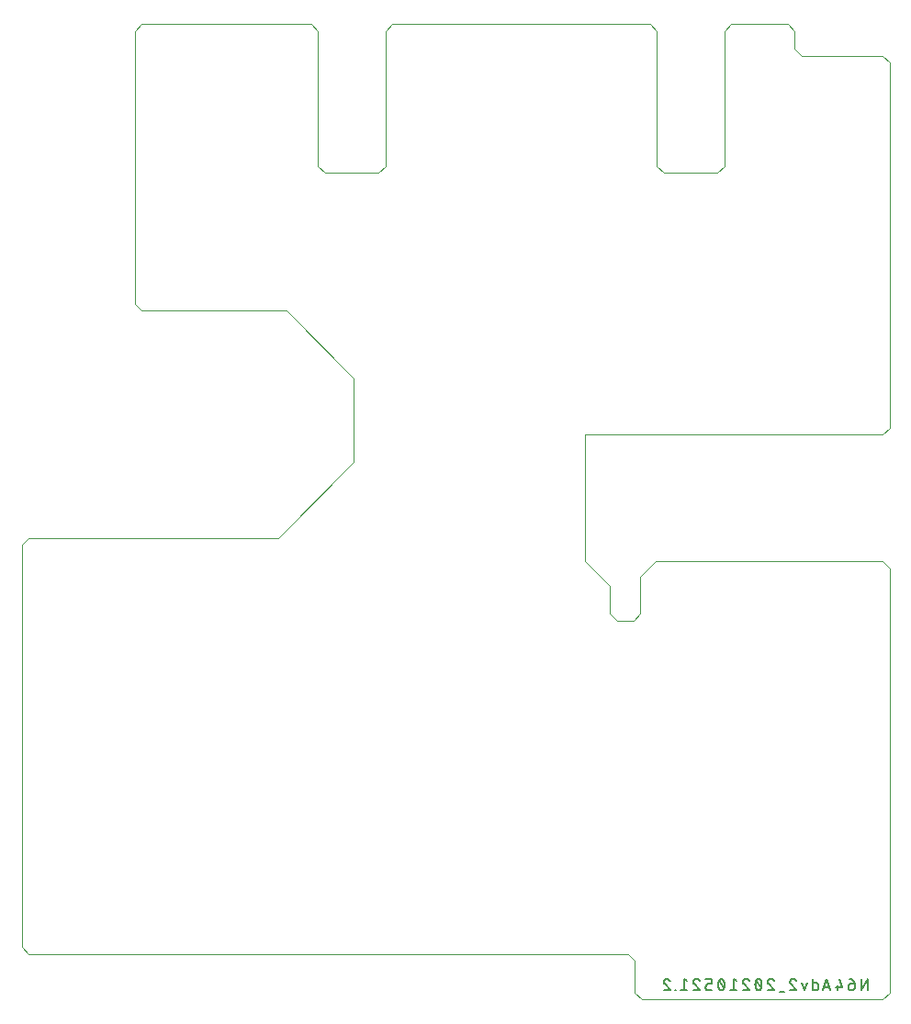
<source format=gbo>
G04 EAGLE Gerber RS-274X export*
G75*
%MOMM*%
%FSLAX34Y34*%
%LPD*%
%INseide unten*%
%IPPOS*%
%AMOC8*
5,1,8,0,0,1.08239X$1,22.5*%
G01*
%ADD10C,0.000000*%
%ADD11C,0.203200*%


D10*
X558800Y41910D02*
X6350Y41910D01*
X0Y48260D01*
X0Y419100D01*
X236220Y425450D02*
X306070Y495300D01*
X306070Y572770D01*
X335280Y892810D02*
X341630Y899160D01*
X579120Y899160D01*
X800100Y527050D02*
X793750Y520700D01*
X519430Y520700D01*
X519430Y403860D01*
X542290Y381000D01*
X542290Y355600D01*
X548640Y349250D01*
X563880Y349250D01*
X570230Y355600D01*
X570230Y389890D01*
X584200Y403860D01*
X800100Y397510D02*
X800100Y6350D01*
X793750Y0D01*
X571500Y0D01*
X565150Y6350D01*
X565150Y35560D01*
X558800Y41910D01*
X584200Y403860D02*
X793750Y403860D01*
X800100Y397510D01*
X236220Y425450D02*
X6350Y425450D01*
X0Y419100D01*
X328930Y762000D02*
X335280Y768350D01*
X585470Y768350D02*
X591820Y762000D01*
X328930Y762000D02*
X279400Y762000D01*
X335280Y768350D02*
X335280Y892810D01*
X641350Y762000D02*
X647700Y768350D01*
X647700Y892810D01*
X641350Y762000D02*
X591820Y762000D01*
X585470Y892810D02*
X579120Y899160D01*
X585470Y892810D02*
X585470Y768350D01*
D11*
X779822Y19304D02*
X779822Y8636D01*
X773895Y8636D02*
X779822Y19304D01*
X773895Y19304D02*
X773895Y8636D01*
X768011Y14563D02*
X764455Y14563D01*
X764360Y14561D01*
X764264Y14555D01*
X764169Y14546D01*
X764075Y14532D01*
X763981Y14515D01*
X763888Y14494D01*
X763795Y14469D01*
X763704Y14441D01*
X763614Y14409D01*
X763526Y14373D01*
X763439Y14334D01*
X763353Y14291D01*
X763270Y14245D01*
X763188Y14196D01*
X763108Y14143D01*
X763031Y14087D01*
X762955Y14029D01*
X762883Y13967D01*
X762813Y13902D01*
X762745Y13834D01*
X762680Y13764D01*
X762618Y13692D01*
X762560Y13616D01*
X762504Y13539D01*
X762451Y13459D01*
X762402Y13378D01*
X762356Y13294D01*
X762313Y13208D01*
X762274Y13121D01*
X762238Y13033D01*
X762206Y12943D01*
X762178Y12852D01*
X762153Y12759D01*
X762132Y12666D01*
X762115Y12572D01*
X762101Y12478D01*
X762092Y12383D01*
X762086Y12288D01*
X762084Y12192D01*
X762084Y11599D01*
X762085Y11599D02*
X762087Y11492D01*
X762093Y11385D01*
X762102Y11279D01*
X762116Y11173D01*
X762133Y11067D01*
X762154Y10962D01*
X762179Y10858D01*
X762208Y10755D01*
X762240Y10653D01*
X762276Y10552D01*
X762316Y10453D01*
X762359Y10355D01*
X762406Y10259D01*
X762456Y10164D01*
X762509Y10071D01*
X762566Y9981D01*
X762626Y9892D01*
X762689Y9806D01*
X762755Y9722D01*
X762825Y9640D01*
X762897Y9561D01*
X762972Y9485D01*
X763050Y9411D01*
X763130Y9341D01*
X763213Y9273D01*
X763298Y9208D01*
X763385Y9147D01*
X763475Y9088D01*
X763567Y9033D01*
X763660Y8981D01*
X763756Y8933D01*
X763853Y8888D01*
X763951Y8846D01*
X764051Y8809D01*
X764153Y8774D01*
X764255Y8744D01*
X764359Y8717D01*
X764463Y8694D01*
X764569Y8675D01*
X764675Y8660D01*
X764781Y8648D01*
X764888Y8640D01*
X764995Y8636D01*
X765101Y8636D01*
X765208Y8640D01*
X765315Y8648D01*
X765421Y8660D01*
X765527Y8675D01*
X765633Y8694D01*
X765737Y8717D01*
X765841Y8744D01*
X765943Y8774D01*
X766045Y8809D01*
X766145Y8846D01*
X766243Y8888D01*
X766340Y8933D01*
X766436Y8981D01*
X766530Y9033D01*
X766621Y9088D01*
X766711Y9147D01*
X766798Y9208D01*
X766883Y9273D01*
X766966Y9341D01*
X767046Y9411D01*
X767124Y9485D01*
X767199Y9561D01*
X767271Y9640D01*
X767341Y9722D01*
X767407Y9806D01*
X767470Y9892D01*
X767530Y9981D01*
X767587Y10071D01*
X767640Y10164D01*
X767690Y10259D01*
X767737Y10355D01*
X767780Y10453D01*
X767820Y10552D01*
X767856Y10653D01*
X767888Y10755D01*
X767917Y10858D01*
X767942Y10962D01*
X767963Y11067D01*
X767980Y11173D01*
X767994Y11279D01*
X768003Y11385D01*
X768009Y11492D01*
X768011Y11599D01*
X768011Y14563D01*
X768009Y14698D01*
X768003Y14834D01*
X767994Y14969D01*
X767980Y15103D01*
X767963Y15238D01*
X767942Y15371D01*
X767917Y15505D01*
X767888Y15637D01*
X767855Y15768D01*
X767819Y15899D01*
X767779Y16028D01*
X767735Y16156D01*
X767688Y16283D01*
X767637Y16409D01*
X767583Y16532D01*
X767525Y16655D01*
X767463Y16775D01*
X767398Y16894D01*
X767330Y17011D01*
X767258Y17126D01*
X767184Y17239D01*
X767106Y17350D01*
X767024Y17458D01*
X766940Y17564D01*
X766853Y17668D01*
X766763Y17769D01*
X766670Y17867D01*
X766574Y17963D01*
X766476Y18056D01*
X766375Y18146D01*
X766271Y18233D01*
X766165Y18317D01*
X766057Y18399D01*
X765946Y18477D01*
X765833Y18551D01*
X765718Y18623D01*
X765601Y18691D01*
X765482Y18756D01*
X765362Y18818D01*
X765239Y18876D01*
X765116Y18930D01*
X764990Y18981D01*
X764863Y19028D01*
X764735Y19072D01*
X764606Y19112D01*
X764475Y19148D01*
X764344Y19181D01*
X764212Y19210D01*
X764078Y19235D01*
X763945Y19256D01*
X763810Y19273D01*
X763676Y19287D01*
X763541Y19296D01*
X763405Y19302D01*
X763270Y19304D01*
X754211Y19304D02*
X756581Y11007D01*
X750655Y11007D01*
X752433Y13377D02*
X752433Y8636D01*
X745744Y8636D02*
X742188Y19304D01*
X738632Y8636D01*
X739521Y11303D02*
X744855Y11303D01*
X729238Y8636D02*
X729238Y19304D01*
X729238Y8636D02*
X732201Y8636D01*
X732283Y8638D01*
X732365Y8644D01*
X732447Y8653D01*
X732528Y8666D01*
X732608Y8683D01*
X732688Y8704D01*
X732766Y8728D01*
X732843Y8756D01*
X732919Y8787D01*
X732994Y8822D01*
X733066Y8861D01*
X733137Y8902D01*
X733206Y8947D01*
X733272Y8995D01*
X733337Y9046D01*
X733399Y9100D01*
X733458Y9157D01*
X733515Y9216D01*
X733569Y9278D01*
X733620Y9343D01*
X733668Y9409D01*
X733713Y9478D01*
X733754Y9549D01*
X733793Y9621D01*
X733828Y9696D01*
X733859Y9772D01*
X733887Y9849D01*
X733911Y9927D01*
X733932Y10007D01*
X733949Y10087D01*
X733962Y10168D01*
X733971Y10250D01*
X733977Y10332D01*
X733979Y10414D01*
X733979Y13970D01*
X733977Y14052D01*
X733971Y14134D01*
X733962Y14216D01*
X733949Y14297D01*
X733932Y14377D01*
X733911Y14457D01*
X733887Y14535D01*
X733859Y14612D01*
X733828Y14688D01*
X733793Y14763D01*
X733754Y14835D01*
X733713Y14906D01*
X733668Y14975D01*
X733620Y15041D01*
X733569Y15106D01*
X733515Y15168D01*
X733458Y15227D01*
X733399Y15284D01*
X733337Y15338D01*
X733272Y15389D01*
X733206Y15437D01*
X733137Y15482D01*
X733066Y15523D01*
X732994Y15562D01*
X732919Y15597D01*
X732843Y15628D01*
X732766Y15656D01*
X732688Y15680D01*
X732608Y15701D01*
X732528Y15718D01*
X732447Y15731D01*
X732365Y15740D01*
X732283Y15746D01*
X732201Y15748D01*
X729238Y15748D01*
X723985Y15748D02*
X721614Y8636D01*
X719243Y15748D01*
X711031Y19304D02*
X710929Y19302D01*
X710827Y19296D01*
X710725Y19286D01*
X710624Y19273D01*
X710523Y19255D01*
X710423Y19234D01*
X710324Y19209D01*
X710226Y19180D01*
X710129Y19147D01*
X710034Y19111D01*
X709940Y19071D01*
X709848Y19027D01*
X709757Y18980D01*
X709668Y18929D01*
X709581Y18876D01*
X709497Y18818D01*
X709414Y18758D01*
X709334Y18695D01*
X709257Y18628D01*
X709182Y18559D01*
X709109Y18486D01*
X709040Y18411D01*
X708973Y18334D01*
X708910Y18254D01*
X708850Y18171D01*
X708792Y18087D01*
X708739Y18000D01*
X708688Y17911D01*
X708641Y17820D01*
X708597Y17728D01*
X708557Y17634D01*
X708521Y17538D01*
X708488Y17442D01*
X708459Y17344D01*
X708434Y17245D01*
X708413Y17145D01*
X708395Y17044D01*
X708382Y16943D01*
X708372Y16841D01*
X708366Y16739D01*
X708364Y16637D01*
X711031Y19304D02*
X711147Y19302D01*
X711264Y19296D01*
X711380Y19286D01*
X711495Y19272D01*
X711610Y19255D01*
X711725Y19233D01*
X711838Y19207D01*
X711951Y19178D01*
X712063Y19145D01*
X712173Y19108D01*
X712282Y19067D01*
X712390Y19023D01*
X712496Y18975D01*
X712600Y18923D01*
X712703Y18868D01*
X712804Y18810D01*
X712902Y18748D01*
X712999Y18683D01*
X713093Y18614D01*
X713185Y18542D01*
X713274Y18468D01*
X713361Y18390D01*
X713445Y18309D01*
X713526Y18226D01*
X713604Y18140D01*
X713680Y18051D01*
X713752Y17960D01*
X713821Y17866D01*
X713887Y17770D01*
X713950Y17672D01*
X714009Y17572D01*
X714065Y17470D01*
X714117Y17366D01*
X714166Y17260D01*
X714211Y17152D01*
X714253Y17044D01*
X714290Y16933D01*
X709252Y14562D02*
X709177Y14636D01*
X709105Y14713D01*
X709036Y14793D01*
X708969Y14875D01*
X708906Y14959D01*
X708846Y15046D01*
X708789Y15134D01*
X708735Y15225D01*
X708685Y15318D01*
X708638Y15412D01*
X708595Y15508D01*
X708555Y15606D01*
X708519Y15705D01*
X708486Y15805D01*
X708458Y15907D01*
X708433Y16009D01*
X708411Y16113D01*
X708394Y16217D01*
X708380Y16321D01*
X708371Y16426D01*
X708365Y16532D01*
X708363Y16637D01*
X709253Y14563D02*
X714290Y8636D01*
X708364Y8636D01*
X703411Y7451D02*
X698669Y7451D01*
X687790Y16637D02*
X687792Y16739D01*
X687798Y16841D01*
X687808Y16943D01*
X687821Y17044D01*
X687839Y17145D01*
X687860Y17245D01*
X687885Y17344D01*
X687914Y17442D01*
X687947Y17538D01*
X687983Y17634D01*
X688023Y17728D01*
X688067Y17820D01*
X688114Y17911D01*
X688165Y18000D01*
X688218Y18087D01*
X688276Y18171D01*
X688336Y18254D01*
X688399Y18334D01*
X688466Y18411D01*
X688535Y18486D01*
X688608Y18559D01*
X688683Y18628D01*
X688760Y18695D01*
X688840Y18758D01*
X688923Y18818D01*
X689007Y18876D01*
X689094Y18929D01*
X689183Y18980D01*
X689274Y19027D01*
X689366Y19071D01*
X689460Y19111D01*
X689555Y19147D01*
X689652Y19180D01*
X689750Y19209D01*
X689849Y19234D01*
X689949Y19255D01*
X690050Y19273D01*
X690151Y19286D01*
X690253Y19296D01*
X690355Y19302D01*
X690457Y19304D01*
X690573Y19302D01*
X690690Y19296D01*
X690806Y19286D01*
X690921Y19272D01*
X691036Y19255D01*
X691151Y19233D01*
X691264Y19207D01*
X691377Y19178D01*
X691489Y19145D01*
X691599Y19108D01*
X691708Y19067D01*
X691816Y19023D01*
X691922Y18975D01*
X692026Y18923D01*
X692129Y18868D01*
X692230Y18810D01*
X692328Y18748D01*
X692425Y18683D01*
X692519Y18614D01*
X692611Y18542D01*
X692700Y18468D01*
X692787Y18390D01*
X692871Y18309D01*
X692952Y18226D01*
X693030Y18140D01*
X693106Y18051D01*
X693178Y17960D01*
X693247Y17866D01*
X693313Y17770D01*
X693376Y17672D01*
X693435Y17572D01*
X693491Y17470D01*
X693543Y17366D01*
X693592Y17260D01*
X693637Y17152D01*
X693679Y17044D01*
X693716Y16933D01*
X688678Y14562D02*
X688603Y14636D01*
X688531Y14713D01*
X688462Y14793D01*
X688395Y14875D01*
X688332Y14959D01*
X688272Y15046D01*
X688215Y15134D01*
X688161Y15225D01*
X688111Y15318D01*
X688064Y15412D01*
X688021Y15508D01*
X687981Y15606D01*
X687945Y15705D01*
X687912Y15805D01*
X687884Y15907D01*
X687859Y16009D01*
X687837Y16113D01*
X687820Y16217D01*
X687806Y16321D01*
X687797Y16426D01*
X687791Y16532D01*
X687789Y16637D01*
X688679Y14563D02*
X693716Y8636D01*
X687790Y8636D01*
X682286Y13970D02*
X682283Y14180D01*
X682276Y14390D01*
X682263Y14599D01*
X682246Y14808D01*
X682223Y15017D01*
X682196Y15225D01*
X682164Y15432D01*
X682126Y15639D01*
X682084Y15844D01*
X682037Y16049D01*
X681985Y16252D01*
X681928Y16454D01*
X681866Y16655D01*
X681800Y16854D01*
X681728Y17051D01*
X681652Y17247D01*
X681572Y17441D01*
X681487Y17633D01*
X681397Y17822D01*
X681366Y17907D01*
X681332Y17991D01*
X681294Y18073D01*
X681252Y18154D01*
X681207Y18233D01*
X681159Y18310D01*
X681108Y18385D01*
X681054Y18457D01*
X680997Y18528D01*
X680937Y18596D01*
X680874Y18661D01*
X680809Y18724D01*
X680741Y18784D01*
X680670Y18841D01*
X680598Y18895D01*
X680523Y18947D01*
X680446Y18995D01*
X680367Y19040D01*
X680286Y19081D01*
X680204Y19119D01*
X680120Y19154D01*
X680035Y19185D01*
X679949Y19213D01*
X679862Y19237D01*
X679773Y19257D01*
X679684Y19274D01*
X679594Y19287D01*
X679504Y19297D01*
X679414Y19302D01*
X679323Y19304D01*
X679232Y19302D01*
X679142Y19297D01*
X679052Y19287D01*
X678962Y19274D01*
X678873Y19257D01*
X678784Y19237D01*
X678697Y19213D01*
X678611Y19185D01*
X678526Y19154D01*
X678442Y19119D01*
X678360Y19081D01*
X678279Y19040D01*
X678200Y18995D01*
X678123Y18947D01*
X678048Y18896D01*
X677976Y18841D01*
X677905Y18784D01*
X677837Y18724D01*
X677772Y18661D01*
X677709Y18596D01*
X677649Y18528D01*
X677592Y18457D01*
X677538Y18385D01*
X677487Y18310D01*
X677439Y18233D01*
X677394Y18154D01*
X677352Y18073D01*
X677314Y17991D01*
X677280Y17907D01*
X677249Y17822D01*
X677159Y17633D01*
X677074Y17441D01*
X676994Y17247D01*
X676918Y17051D01*
X676846Y16854D01*
X676780Y16655D01*
X676718Y16454D01*
X676661Y16252D01*
X676609Y16049D01*
X676562Y15844D01*
X676520Y15639D01*
X676482Y15432D01*
X676450Y15225D01*
X676423Y15017D01*
X676400Y14808D01*
X676383Y14599D01*
X676370Y14390D01*
X676363Y14180D01*
X676360Y13970D01*
X682286Y13970D02*
X682283Y13760D01*
X682276Y13550D01*
X682263Y13341D01*
X682246Y13132D01*
X682223Y12923D01*
X682196Y12715D01*
X682164Y12508D01*
X682126Y12301D01*
X682084Y12096D01*
X682037Y11891D01*
X681985Y11688D01*
X681928Y11486D01*
X681866Y11285D01*
X681800Y11086D01*
X681728Y10889D01*
X681652Y10693D01*
X681572Y10499D01*
X681487Y10308D01*
X681397Y10118D01*
X681366Y10033D01*
X681332Y9949D01*
X681294Y9867D01*
X681252Y9786D01*
X681207Y9707D01*
X681159Y9630D01*
X681108Y9555D01*
X681054Y9483D01*
X680997Y9412D01*
X680937Y9344D01*
X680874Y9279D01*
X680809Y9216D01*
X680741Y9156D01*
X680670Y9099D01*
X680598Y9044D01*
X680523Y8993D01*
X680446Y8945D01*
X680367Y8900D01*
X680286Y8859D01*
X680204Y8821D01*
X680120Y8786D01*
X680035Y8755D01*
X679949Y8727D01*
X679862Y8703D01*
X679773Y8683D01*
X679684Y8666D01*
X679594Y8653D01*
X679504Y8643D01*
X679414Y8638D01*
X679323Y8636D01*
X677249Y10118D02*
X677159Y10308D01*
X677074Y10499D01*
X676994Y10693D01*
X676918Y10889D01*
X676846Y11086D01*
X676780Y11285D01*
X676718Y11486D01*
X676661Y11688D01*
X676609Y11891D01*
X676562Y12096D01*
X676520Y12301D01*
X676482Y12508D01*
X676450Y12715D01*
X676423Y12923D01*
X676400Y13132D01*
X676383Y13341D01*
X676370Y13550D01*
X676363Y13760D01*
X676360Y13970D01*
X677249Y10118D02*
X677280Y10033D01*
X677314Y9949D01*
X677353Y9867D01*
X677394Y9786D01*
X677439Y9707D01*
X677487Y9630D01*
X677538Y9555D01*
X677592Y9483D01*
X677649Y9412D01*
X677709Y9344D01*
X677772Y9279D01*
X677837Y9216D01*
X677905Y9156D01*
X677976Y9099D01*
X678048Y9044D01*
X678123Y8993D01*
X678200Y8945D01*
X678279Y8900D01*
X678360Y8859D01*
X678442Y8821D01*
X678526Y8786D01*
X678611Y8755D01*
X678697Y8727D01*
X678784Y8703D01*
X678873Y8683D01*
X678962Y8666D01*
X679052Y8653D01*
X679142Y8643D01*
X679232Y8638D01*
X679323Y8636D01*
X681694Y11007D02*
X676952Y16933D01*
X667597Y19304D02*
X667495Y19302D01*
X667393Y19296D01*
X667291Y19286D01*
X667190Y19273D01*
X667089Y19255D01*
X666989Y19234D01*
X666890Y19209D01*
X666792Y19180D01*
X666695Y19147D01*
X666600Y19111D01*
X666506Y19071D01*
X666414Y19027D01*
X666323Y18980D01*
X666234Y18929D01*
X666147Y18876D01*
X666063Y18818D01*
X665980Y18758D01*
X665900Y18695D01*
X665823Y18628D01*
X665748Y18559D01*
X665675Y18486D01*
X665606Y18411D01*
X665539Y18334D01*
X665476Y18254D01*
X665416Y18171D01*
X665358Y18087D01*
X665305Y18000D01*
X665254Y17911D01*
X665207Y17820D01*
X665163Y17728D01*
X665123Y17634D01*
X665087Y17538D01*
X665054Y17442D01*
X665025Y17344D01*
X665000Y17245D01*
X664979Y17145D01*
X664961Y17044D01*
X664948Y16943D01*
X664938Y16841D01*
X664932Y16739D01*
X664930Y16637D01*
X667597Y19304D02*
X667713Y19302D01*
X667830Y19296D01*
X667946Y19286D01*
X668061Y19272D01*
X668176Y19255D01*
X668291Y19233D01*
X668404Y19207D01*
X668517Y19178D01*
X668629Y19145D01*
X668739Y19108D01*
X668848Y19067D01*
X668956Y19023D01*
X669062Y18975D01*
X669166Y18923D01*
X669269Y18868D01*
X669370Y18810D01*
X669468Y18748D01*
X669565Y18683D01*
X669659Y18614D01*
X669751Y18542D01*
X669840Y18468D01*
X669927Y18390D01*
X670011Y18309D01*
X670092Y18226D01*
X670170Y18140D01*
X670246Y18051D01*
X670318Y17960D01*
X670387Y17866D01*
X670453Y17770D01*
X670516Y17672D01*
X670575Y17572D01*
X670631Y17470D01*
X670683Y17366D01*
X670732Y17260D01*
X670777Y17152D01*
X670819Y17044D01*
X670856Y16933D01*
X665818Y14562D02*
X665743Y14636D01*
X665671Y14713D01*
X665602Y14793D01*
X665535Y14875D01*
X665472Y14959D01*
X665412Y15046D01*
X665355Y15134D01*
X665301Y15225D01*
X665251Y15318D01*
X665204Y15412D01*
X665161Y15508D01*
X665121Y15606D01*
X665085Y15705D01*
X665052Y15805D01*
X665024Y15907D01*
X664999Y16009D01*
X664977Y16113D01*
X664960Y16217D01*
X664946Y16321D01*
X664937Y16426D01*
X664931Y16532D01*
X664929Y16637D01*
X665819Y14563D02*
X670856Y8636D01*
X664930Y8636D01*
X659426Y16933D02*
X656463Y19304D01*
X656463Y8636D01*
X659426Y8636D02*
X653500Y8636D01*
X647996Y13970D02*
X647993Y14180D01*
X647986Y14390D01*
X647973Y14599D01*
X647956Y14808D01*
X647933Y15017D01*
X647906Y15225D01*
X647874Y15432D01*
X647836Y15639D01*
X647794Y15844D01*
X647747Y16049D01*
X647695Y16252D01*
X647638Y16454D01*
X647576Y16655D01*
X647510Y16854D01*
X647438Y17051D01*
X647362Y17247D01*
X647282Y17441D01*
X647197Y17633D01*
X647107Y17822D01*
X647076Y17907D01*
X647042Y17991D01*
X647004Y18073D01*
X646962Y18154D01*
X646917Y18233D01*
X646869Y18310D01*
X646818Y18385D01*
X646764Y18457D01*
X646707Y18528D01*
X646647Y18596D01*
X646584Y18661D01*
X646519Y18724D01*
X646451Y18784D01*
X646380Y18841D01*
X646308Y18895D01*
X646233Y18947D01*
X646156Y18995D01*
X646077Y19040D01*
X645996Y19081D01*
X645914Y19119D01*
X645830Y19154D01*
X645745Y19185D01*
X645659Y19213D01*
X645572Y19237D01*
X645483Y19257D01*
X645394Y19274D01*
X645304Y19287D01*
X645214Y19297D01*
X645124Y19302D01*
X645033Y19304D01*
X644942Y19302D01*
X644852Y19297D01*
X644762Y19287D01*
X644672Y19274D01*
X644583Y19257D01*
X644494Y19237D01*
X644407Y19213D01*
X644321Y19185D01*
X644236Y19154D01*
X644152Y19119D01*
X644070Y19081D01*
X643989Y19040D01*
X643910Y18995D01*
X643833Y18947D01*
X643758Y18896D01*
X643686Y18841D01*
X643615Y18784D01*
X643547Y18724D01*
X643482Y18661D01*
X643419Y18596D01*
X643359Y18528D01*
X643302Y18457D01*
X643248Y18385D01*
X643197Y18310D01*
X643149Y18233D01*
X643104Y18154D01*
X643062Y18073D01*
X643024Y17991D01*
X642990Y17907D01*
X642959Y17822D01*
X642869Y17633D01*
X642784Y17441D01*
X642704Y17247D01*
X642628Y17051D01*
X642556Y16854D01*
X642490Y16655D01*
X642428Y16454D01*
X642371Y16252D01*
X642319Y16049D01*
X642272Y15844D01*
X642230Y15639D01*
X642192Y15432D01*
X642160Y15225D01*
X642133Y15017D01*
X642110Y14808D01*
X642093Y14599D01*
X642080Y14390D01*
X642073Y14180D01*
X642070Y13970D01*
X647996Y13970D02*
X647993Y13760D01*
X647986Y13550D01*
X647973Y13341D01*
X647956Y13132D01*
X647933Y12923D01*
X647906Y12715D01*
X647874Y12508D01*
X647836Y12301D01*
X647794Y12096D01*
X647747Y11891D01*
X647695Y11688D01*
X647638Y11486D01*
X647576Y11285D01*
X647510Y11086D01*
X647438Y10889D01*
X647362Y10693D01*
X647282Y10499D01*
X647197Y10308D01*
X647107Y10118D01*
X647076Y10033D01*
X647042Y9949D01*
X647004Y9867D01*
X646962Y9786D01*
X646917Y9707D01*
X646869Y9630D01*
X646818Y9555D01*
X646764Y9483D01*
X646707Y9412D01*
X646647Y9344D01*
X646584Y9279D01*
X646519Y9216D01*
X646451Y9156D01*
X646380Y9099D01*
X646308Y9044D01*
X646233Y8993D01*
X646156Y8945D01*
X646077Y8900D01*
X645996Y8859D01*
X645914Y8821D01*
X645830Y8786D01*
X645745Y8755D01*
X645659Y8727D01*
X645572Y8703D01*
X645483Y8683D01*
X645394Y8666D01*
X645304Y8653D01*
X645214Y8643D01*
X645124Y8638D01*
X645033Y8636D01*
X642959Y10118D02*
X642869Y10308D01*
X642784Y10499D01*
X642704Y10693D01*
X642628Y10889D01*
X642556Y11086D01*
X642490Y11285D01*
X642428Y11486D01*
X642371Y11688D01*
X642319Y11891D01*
X642272Y12096D01*
X642230Y12301D01*
X642192Y12508D01*
X642160Y12715D01*
X642133Y12923D01*
X642110Y13132D01*
X642093Y13341D01*
X642080Y13550D01*
X642073Y13760D01*
X642070Y13970D01*
X642959Y10118D02*
X642990Y10033D01*
X643024Y9949D01*
X643063Y9867D01*
X643104Y9786D01*
X643149Y9707D01*
X643197Y9630D01*
X643248Y9555D01*
X643302Y9483D01*
X643359Y9412D01*
X643419Y9344D01*
X643482Y9279D01*
X643547Y9216D01*
X643615Y9156D01*
X643686Y9099D01*
X643758Y9044D01*
X643833Y8993D01*
X643910Y8945D01*
X643989Y8900D01*
X644070Y8859D01*
X644152Y8821D01*
X644236Y8786D01*
X644321Y8755D01*
X644407Y8727D01*
X644494Y8703D01*
X644583Y8683D01*
X644672Y8666D01*
X644762Y8653D01*
X644852Y8643D01*
X644942Y8638D01*
X645033Y8636D01*
X647404Y11007D02*
X642662Y16933D01*
X636566Y8636D02*
X633010Y8636D01*
X632915Y8638D01*
X632819Y8644D01*
X632724Y8653D01*
X632630Y8667D01*
X632536Y8684D01*
X632443Y8705D01*
X632350Y8730D01*
X632259Y8758D01*
X632169Y8790D01*
X632081Y8826D01*
X631994Y8865D01*
X631908Y8908D01*
X631825Y8954D01*
X631743Y9003D01*
X631663Y9056D01*
X631586Y9112D01*
X631510Y9170D01*
X631438Y9232D01*
X631368Y9297D01*
X631300Y9365D01*
X631235Y9435D01*
X631173Y9507D01*
X631115Y9583D01*
X631059Y9660D01*
X631006Y9740D01*
X630957Y9822D01*
X630911Y9905D01*
X630868Y9991D01*
X630829Y10078D01*
X630793Y10166D01*
X630761Y10256D01*
X630733Y10347D01*
X630708Y10440D01*
X630687Y10533D01*
X630670Y10627D01*
X630656Y10721D01*
X630647Y10816D01*
X630641Y10912D01*
X630639Y11007D01*
X630640Y11007D02*
X630640Y12192D01*
X630639Y12192D02*
X630641Y12287D01*
X630647Y12383D01*
X630656Y12478D01*
X630670Y12572D01*
X630687Y12666D01*
X630708Y12759D01*
X630733Y12852D01*
X630761Y12943D01*
X630793Y13033D01*
X630829Y13121D01*
X630868Y13208D01*
X630911Y13294D01*
X630957Y13378D01*
X631006Y13459D01*
X631059Y13539D01*
X631115Y13616D01*
X631173Y13692D01*
X631235Y13764D01*
X631300Y13834D01*
X631368Y13902D01*
X631438Y13967D01*
X631510Y14029D01*
X631586Y14087D01*
X631663Y14143D01*
X631743Y14196D01*
X631825Y14245D01*
X631908Y14291D01*
X631994Y14334D01*
X632081Y14373D01*
X632169Y14409D01*
X632259Y14441D01*
X632350Y14469D01*
X632443Y14494D01*
X632536Y14515D01*
X632630Y14532D01*
X632724Y14546D01*
X632819Y14555D01*
X632915Y14561D01*
X633010Y14563D01*
X636566Y14563D01*
X636566Y19304D01*
X630640Y19304D01*
X621877Y19304D02*
X621775Y19302D01*
X621673Y19296D01*
X621571Y19286D01*
X621470Y19273D01*
X621369Y19255D01*
X621269Y19234D01*
X621170Y19209D01*
X621072Y19180D01*
X620975Y19147D01*
X620880Y19111D01*
X620786Y19071D01*
X620694Y19027D01*
X620603Y18980D01*
X620514Y18929D01*
X620427Y18876D01*
X620343Y18818D01*
X620260Y18758D01*
X620180Y18695D01*
X620103Y18628D01*
X620028Y18559D01*
X619955Y18486D01*
X619886Y18411D01*
X619819Y18334D01*
X619756Y18254D01*
X619696Y18171D01*
X619638Y18087D01*
X619585Y18000D01*
X619534Y17911D01*
X619487Y17820D01*
X619443Y17728D01*
X619403Y17634D01*
X619367Y17538D01*
X619334Y17442D01*
X619305Y17344D01*
X619280Y17245D01*
X619259Y17145D01*
X619241Y17044D01*
X619228Y16943D01*
X619218Y16841D01*
X619212Y16739D01*
X619210Y16637D01*
X621877Y19304D02*
X621993Y19302D01*
X622110Y19296D01*
X622226Y19286D01*
X622341Y19272D01*
X622456Y19255D01*
X622571Y19233D01*
X622684Y19207D01*
X622797Y19178D01*
X622909Y19145D01*
X623019Y19108D01*
X623128Y19067D01*
X623236Y19023D01*
X623342Y18975D01*
X623446Y18923D01*
X623549Y18868D01*
X623650Y18810D01*
X623748Y18748D01*
X623845Y18683D01*
X623939Y18614D01*
X624031Y18542D01*
X624120Y18468D01*
X624207Y18390D01*
X624291Y18309D01*
X624372Y18226D01*
X624450Y18140D01*
X624526Y18051D01*
X624598Y17960D01*
X624667Y17866D01*
X624733Y17770D01*
X624796Y17672D01*
X624855Y17572D01*
X624911Y17470D01*
X624963Y17366D01*
X625012Y17260D01*
X625057Y17152D01*
X625099Y17044D01*
X625136Y16933D01*
X620098Y14562D02*
X620023Y14636D01*
X619951Y14713D01*
X619882Y14793D01*
X619815Y14875D01*
X619752Y14959D01*
X619692Y15046D01*
X619635Y15134D01*
X619581Y15225D01*
X619531Y15318D01*
X619484Y15412D01*
X619441Y15508D01*
X619401Y15606D01*
X619365Y15705D01*
X619332Y15805D01*
X619304Y15907D01*
X619279Y16009D01*
X619257Y16113D01*
X619240Y16217D01*
X619226Y16321D01*
X619217Y16426D01*
X619211Y16532D01*
X619209Y16637D01*
X620099Y14563D02*
X625136Y8636D01*
X619210Y8636D01*
X613706Y16933D02*
X610743Y19304D01*
X610743Y8636D01*
X613706Y8636D02*
X607780Y8636D01*
X603039Y8636D02*
X603039Y9229D01*
X602446Y9229D01*
X602446Y8636D01*
X603039Y8636D01*
X594445Y19304D02*
X594343Y19302D01*
X594241Y19296D01*
X594139Y19286D01*
X594038Y19273D01*
X593937Y19255D01*
X593837Y19234D01*
X593738Y19209D01*
X593640Y19180D01*
X593543Y19147D01*
X593448Y19111D01*
X593354Y19071D01*
X593262Y19027D01*
X593171Y18980D01*
X593082Y18929D01*
X592995Y18876D01*
X592911Y18818D01*
X592828Y18758D01*
X592748Y18695D01*
X592671Y18628D01*
X592596Y18559D01*
X592523Y18486D01*
X592454Y18411D01*
X592387Y18334D01*
X592324Y18254D01*
X592264Y18171D01*
X592206Y18087D01*
X592153Y18000D01*
X592102Y17911D01*
X592055Y17820D01*
X592011Y17728D01*
X591971Y17634D01*
X591935Y17538D01*
X591902Y17442D01*
X591873Y17344D01*
X591848Y17245D01*
X591827Y17145D01*
X591809Y17044D01*
X591796Y16943D01*
X591786Y16841D01*
X591780Y16739D01*
X591778Y16637D01*
X594445Y19304D02*
X594561Y19302D01*
X594678Y19296D01*
X594794Y19286D01*
X594909Y19272D01*
X595024Y19255D01*
X595139Y19233D01*
X595252Y19207D01*
X595365Y19178D01*
X595477Y19145D01*
X595587Y19108D01*
X595696Y19067D01*
X595804Y19023D01*
X595910Y18975D01*
X596014Y18923D01*
X596117Y18868D01*
X596218Y18810D01*
X596316Y18748D01*
X596413Y18683D01*
X596507Y18614D01*
X596599Y18542D01*
X596688Y18468D01*
X596775Y18390D01*
X596859Y18309D01*
X596940Y18226D01*
X597018Y18140D01*
X597094Y18051D01*
X597166Y17960D01*
X597235Y17866D01*
X597301Y17770D01*
X597364Y17672D01*
X597423Y17572D01*
X597479Y17470D01*
X597531Y17366D01*
X597580Y17260D01*
X597625Y17152D01*
X597667Y17044D01*
X597704Y16933D01*
X592666Y14562D02*
X592591Y14636D01*
X592519Y14713D01*
X592450Y14793D01*
X592383Y14875D01*
X592320Y14959D01*
X592260Y15046D01*
X592203Y15134D01*
X592149Y15225D01*
X592099Y15318D01*
X592052Y15412D01*
X592009Y15508D01*
X591969Y15606D01*
X591933Y15705D01*
X591900Y15805D01*
X591872Y15907D01*
X591847Y16009D01*
X591825Y16113D01*
X591808Y16217D01*
X591794Y16321D01*
X591785Y16426D01*
X591779Y16532D01*
X591777Y16637D01*
X592667Y14563D02*
X597705Y8636D01*
X591778Y8636D01*
D10*
X800100Y527050D02*
X800100Y863600D01*
X243840Y635000D02*
X110490Y635000D01*
X104140Y641350D01*
X104140Y892810D01*
X110490Y899160D02*
X266700Y899160D01*
X110490Y899160D02*
X104140Y892810D01*
X273050Y768350D02*
X279400Y762000D01*
X273050Y768350D02*
X273050Y892810D01*
X266700Y899160D01*
X243840Y635000D02*
X306070Y572770D01*
X647700Y892810D02*
X654050Y899160D01*
X712470Y876300D02*
X718820Y869950D01*
X712470Y876300D02*
X712470Y892810D01*
X706120Y899160D01*
X654050Y899160D01*
X793750Y869950D02*
X800100Y863600D01*
X793750Y869950D02*
X718820Y869950D01*
M02*

</source>
